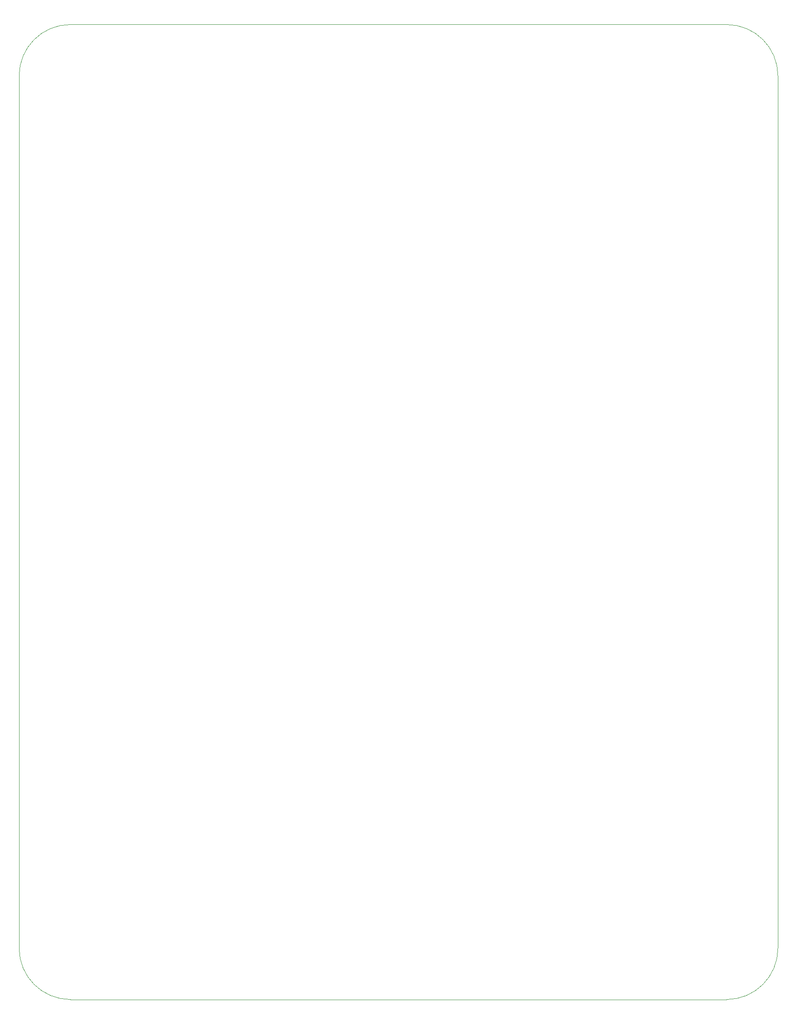
<source format=gbr>
G04 #@! TF.GenerationSoftware,KiCad,Pcbnew,(5.1.9)-1*
G04 #@! TF.CreationDate,2021-11-09T15:42:33+01:00*
G04 #@! TF.ProjectId,RelayControls-HPK,52656c61-7943-46f6-9e74-726f6c732d48,V0.1*
G04 #@! TF.SameCoordinates,Original*
G04 #@! TF.FileFunction,Profile,NP*
%FSLAX46Y46*%
G04 Gerber Fmt 4.6, Leading zero omitted, Abs format (unit mm)*
G04 Created by KiCad (PCBNEW (5.1.9)-1) date 2021-11-09 15:42:33*
%MOMM*%
%LPD*%
G01*
G04 APERTURE LIST*
G04 #@! TA.AperFunction,Profile*
%ADD10C,0.050000*%
G04 #@! TD*
G04 APERTURE END LIST*
D10*
X156000000Y-210000000D02*
X28000000Y-210000000D01*
X166000000Y-30000000D02*
X166000000Y-200000000D01*
X156000000Y-20000000D02*
X28000000Y-20000000D01*
X156000000Y-20000000D02*
G75*
G02*
X166000000Y-30000000I0J-10000000D01*
G01*
X166000000Y-200000000D02*
G75*
G02*
X156000000Y-210000000I-10000000J0D01*
G01*
X18000000Y-200000000D02*
X18000000Y-30000000D01*
X28000000Y-210000000D02*
G75*
G02*
X18000000Y-200000000I0J10000000D01*
G01*
X18000000Y-30000000D02*
G75*
G02*
X28000000Y-20000000I10000000J0D01*
G01*
M02*

</source>
